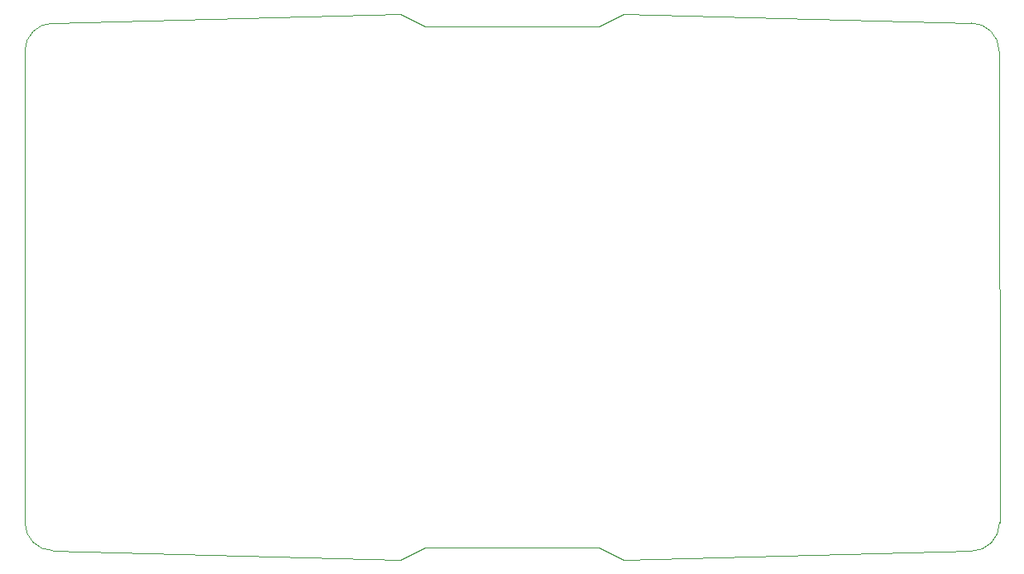
<source format=gbr>
G04 #@! TF.GenerationSoftware,KiCad,Pcbnew,7.0.9*
G04 #@! TF.CreationDate,2023-12-29T13:55:22-03:00*
G04 #@! TF.ProjectId,UECU,55454355-2e6b-4696-9361-645f70636258,v2.4*
G04 #@! TF.SameCoordinates,Original*
G04 #@! TF.FileFunction,Profile,NP*
%FSLAX46Y46*%
G04 Gerber Fmt 4.6, Leading zero omitted, Abs format (unit mm)*
G04 Created by KiCad (PCBNEW 7.0.9) date 2023-12-29 13:55:22*
%MOMM*%
%LPD*%
G01*
G04 APERTURE LIST*
G04 #@! TA.AperFunction,Profile*
%ADD10C,0.100000*%
G04 #@! TD*
G04 APERTURE END LIST*
D10*
X88100000Y-47460000D02*
X85560000Y-46190000D01*
X146864774Y-50000000D02*
G75*
G03*
X143980000Y-47115226I-2884774J0D01*
G01*
X105880000Y-47460000D02*
X108420000Y-46190000D01*
X105880000Y-100800000D02*
X108420000Y-102070000D01*
X47141831Y-98260000D02*
X47133390Y-50000000D01*
X88100000Y-47460000D02*
X105880000Y-47460000D01*
X146864774Y-50000000D02*
X146907951Y-98260000D01*
X85560000Y-102070000D02*
X50000000Y-101118169D01*
X88100000Y-100800000D02*
X105880000Y-100800000D01*
X50000000Y-47133390D02*
G75*
G03*
X47133390Y-50000000I0J-2866610D01*
G01*
X143980000Y-101187951D02*
X108420000Y-102070000D01*
X143980000Y-101187951D02*
G75*
G03*
X146907951Y-98260000I0J2927951D01*
G01*
X143980000Y-47115226D02*
X108420000Y-46190000D01*
X47141831Y-98260000D02*
G75*
G03*
X50000000Y-101118169I2858169J0D01*
G01*
X85560000Y-46190000D02*
X50000000Y-47133390D01*
X88100000Y-100800000D02*
X85560000Y-102070000D01*
M02*

</source>
